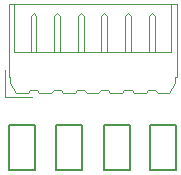
<source format=gbr>
%TF.GenerationSoftware,KiCad,Pcbnew,8.0.2-1*%
%TF.CreationDate,2024-11-08T16:05:35-05:00*%
%TF.ProjectId,stepper-adapter,73746570-7065-4722-9d61-646170746572,rev?*%
%TF.SameCoordinates,Original*%
%TF.FileFunction,Legend,Top*%
%TF.FilePolarity,Positive*%
%FSLAX46Y46*%
G04 Gerber Fmt 4.6, Leading zero omitted, Abs format (unit mm)*
G04 Created by KiCad (PCBNEW 8.0.2-1) date 2024-11-08 16:05:35*
%MOMM*%
%LPD*%
G01*
G04 APERTURE LIST*
%ADD10C,0.150000*%
%ADD11C,0.120000*%
G04 APERTURE END LIST*
D10*
%TO.C,TP2*%
X7100000Y-14900000D02*
X4900000Y-14900000D01*
X7100000Y-11100000D02*
X7100000Y-14900000D01*
X4900000Y-14900000D02*
X4900000Y-11100000D01*
X4900000Y-11100000D02*
X7100000Y-11100000D01*
D11*
%TO.C,J1*%
X590000Y-8710000D02*
X590000Y-6410000D01*
X890000Y-890000D02*
X8000000Y-890000D01*
X890000Y-7000000D02*
X890000Y-890000D01*
X990000Y-7000000D02*
X890000Y-7000000D01*
X990000Y-7500000D02*
X990000Y-7000000D01*
X1340000Y-890000D02*
X1340000Y-4900000D01*
X1340000Y-4900000D02*
X14660000Y-4900000D01*
X1490000Y-8410000D02*
X990000Y-7500000D01*
X2500000Y-8410000D02*
X1490000Y-8410000D01*
X2700000Y-8160000D02*
X2500000Y-8410000D01*
X2700000Y-8160000D02*
X3300000Y-8160000D01*
X2750000Y-1850000D02*
X3000000Y-1600000D01*
X2750000Y-4900000D02*
X2750000Y-1850000D01*
X2890000Y-8710000D02*
X590000Y-8710000D01*
X3000000Y-1600000D02*
X3250000Y-1850000D01*
X3250000Y-1850000D02*
X3250000Y-4900000D01*
X3300000Y-8160000D02*
X3500000Y-8410000D01*
X3500000Y-8410000D02*
X4500000Y-8410000D01*
X4500000Y-8410000D02*
X4700000Y-8160000D01*
X4700000Y-8160000D02*
X5300000Y-8160000D01*
X4750000Y-1850000D02*
X5000000Y-1600000D01*
X4750000Y-4900000D02*
X4750000Y-1850000D01*
X5000000Y-1600000D02*
X5250000Y-1850000D01*
X5250000Y-1850000D02*
X5250000Y-4900000D01*
X5300000Y-8160000D02*
X5500000Y-8410000D01*
X5500000Y-8410000D02*
X6500000Y-8410000D01*
X6500000Y-8410000D02*
X6700000Y-8160000D01*
X6700000Y-8160000D02*
X7300000Y-8160000D01*
X6750000Y-1850000D02*
X7000000Y-1600000D01*
X6750000Y-4900000D02*
X6750000Y-1850000D01*
X7000000Y-1600000D02*
X7250000Y-1850000D01*
X7250000Y-1850000D02*
X7250000Y-4900000D01*
X7300000Y-8160000D02*
X7500000Y-8410000D01*
X7500000Y-8410000D02*
X8500000Y-8410000D01*
X8500000Y-8410000D02*
X8700000Y-8160000D01*
X8700000Y-8160000D02*
X9300000Y-8160000D01*
X8750000Y-1850000D02*
X9000000Y-1600000D01*
X8750000Y-4900000D02*
X8750000Y-1850000D01*
X9000000Y-1600000D02*
X9250000Y-1850000D01*
X9250000Y-1850000D02*
X9250000Y-4900000D01*
X9300000Y-8160000D02*
X9500000Y-8410000D01*
X9500000Y-8410000D02*
X10500000Y-8410000D01*
X10500000Y-8410000D02*
X10700000Y-8160000D01*
X10700000Y-8160000D02*
X11300000Y-8160000D01*
X10750000Y-1850000D02*
X11000000Y-1600000D01*
X10750000Y-4900000D02*
X10750000Y-1850000D01*
X11000000Y-1600000D02*
X11250000Y-1850000D01*
X11250000Y-1850000D02*
X11250000Y-4900000D01*
X11300000Y-8160000D02*
X11500000Y-8410000D01*
X11500000Y-8410000D02*
X12500000Y-8410000D01*
X12500000Y-8410000D02*
X12700000Y-8160000D01*
X12700000Y-8160000D02*
X13300000Y-8160000D01*
X12750000Y-1850000D02*
X13000000Y-1600000D01*
X12750000Y-4900000D02*
X12750000Y-1850000D01*
X13000000Y-1600000D02*
X13250000Y-1850000D01*
X13250000Y-1850000D02*
X13250000Y-4900000D01*
X13300000Y-8160000D02*
X13500000Y-8410000D01*
X13500000Y-8410000D02*
X14510000Y-8410000D01*
X14510000Y-8410000D02*
X15010000Y-7500000D01*
X14660000Y-4900000D02*
X14660000Y-890000D01*
X15010000Y-7000000D02*
X15110000Y-7000000D01*
X15010000Y-7500000D02*
X15010000Y-7000000D01*
X15110000Y-890000D02*
X8000000Y-890000D01*
X15110000Y-7000000D02*
X15110000Y-890000D01*
D10*
%TO.C,TP1*%
X900000Y-11100000D02*
X3100000Y-11100000D01*
X900000Y-14900000D02*
X900000Y-11100000D01*
X3100000Y-11100000D02*
X3100000Y-14900000D01*
X3100000Y-14900000D02*
X900000Y-14900000D01*
%TO.C,TP3*%
X11150000Y-14900000D02*
X8950000Y-14900000D01*
X11150000Y-11100000D02*
X11150000Y-14900000D01*
X8950000Y-14900000D02*
X8950000Y-11100000D01*
X8950000Y-11100000D02*
X11150000Y-11100000D01*
%TO.C,TP4*%
X15100000Y-14900000D02*
X12900000Y-14900000D01*
X15100000Y-11100000D02*
X15100000Y-14900000D01*
X12900000Y-14900000D02*
X12900000Y-11100000D01*
X12900000Y-11100000D02*
X15100000Y-11100000D01*
%TD*%
M02*

</source>
